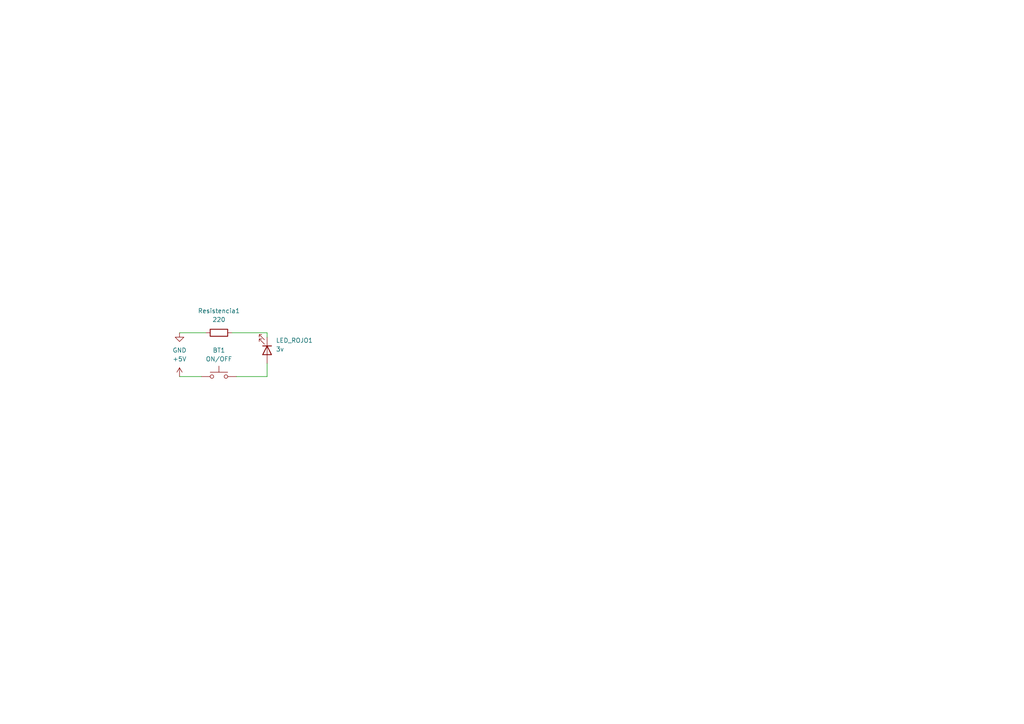
<source format=kicad_sch>
(kicad_sch (version 20211123) (generator eeschema)
  (paper "A4")
  (lib_symbols
    (symbol "Device:LED" (pin_numbers hide) (pin_names (offset 1.016) hide)
      (property "Reference" "D" (at 0 2.54 0))
      (property "Value" "LED" (at 0 -2.54 0))
      (symbol "LED_0_1"
        (polyline (pts (xy -1.27 -1.27) (xy -1.27 1.27)) (stroke (width 0.254)))
        (polyline (pts (xy -1.27 0) (xy 1.27 0)))
        (polyline (pts (xy 1.27 -1.27) (xy 1.27 1.27) (xy -1.27 0) (xy 1.27 -1.27)) (stroke (width 0.254)))
        (polyline (pts (xy -3.048 -0.762) (xy -4.572 -2.286) (xy -3.81 -2.286) (xy -4.572 -2.286) (xy -4.572 -1.524)))
        (polyline (pts (xy -1.778 -0.762) (xy -3.302 -2.286) (xy -2.54 -2.286) (xy -3.302 -2.286) (xy -3.302 -1.524)))
      )
      (symbol "LED_1_1"
        (pin passive line (at -3.81 0 0) (length 2.54) (name "K") (number "1"))
        (pin passive line (at 3.81 0 180) (length 2.54) (name "A") (number "2"))
      )
    )
    (symbol "Device:R" (pin_numbers hide) (pin_names (offset 0))
      (property "Reference" "R" (at 2.032 0 90))
      (property "Value" "R" (at 0 0 90))
      (symbol "R_0_1"
        (rectangle (start -1.016 -2.54) (end 1.016 2.54) (stroke (width 0.254)))
      )
      (symbol "R_1_1"
        (pin passive line (at 0 3.81 270) (length 1.27) (name "~") (number "1"))
        (pin passive line (at 0 -3.81 90) (length 1.27) (name "~") (number "2"))
      )
    )
    (symbol "Switch:SW_Push" (pin_numbers hide) (pin_names (offset 1.016) hide)
      (property "Reference" "SW" (at 1.27 2.54 0))
      (property "Value" "SW_Push" (at 0 -1.524 0))
      (symbol "SW_Push_0_1"
        (circle (center -2.032 0) (radius 0.508))
        (polyline (pts (xy 0 1.27) (xy 0 3.048)))
        (polyline (pts (xy 2.54 1.27) (xy -2.54 1.27)))
        (circle (center 2.032 0) (radius 0.508))
        (pin passive line (at -5.08 0 0) (length 2.54) (name "1") (number "1"))
        (pin passive line (at 5.08 0 180) (length 2.54) (name "2") (number "2"))
      )
    )
    (symbol "power:+5V" (power) (pin_names (offset 0))
      (property "Value" "+5V" (at 0 3.556 0))
      (symbol "+5V_0_1"
        (polyline (pts (xy -0.762 1.27) (xy 0 2.54)))
        (polyline (pts (xy 0 0) (xy 0 2.54)))
        (polyline (pts (xy 0 2.54) (xy 0.762 1.27)))
      )
      (symbol "+5V_1_1"
        (pin power_in line (at 0 0 90) (length 0) hide (name "+5V") (number "1"))
      )
    )
    (symbol "power:GND" (power) (pin_names (offset 0))
      (property "Value" "GND" (at 0 -3.81 0))
      (symbol "GND_0_1"
        (polyline (pts (xy 0 0) (xy 0 -1.27) (xy 1.27 -1.27) (xy 0 -2.54) (xy -1.27 -1.27) (xy 0 -1.27)))
      )
      (symbol "GND_1_1"
        (pin power_in line (at 0 0 270) (length 0) hide (name "GND") (number "1"))
      )
    )
  )
  (wire (pts (xy 52.07 96.52) (xy 59.69 96.52)))
  (wire (pts (xy 68.58 109.22) (xy 77.47 109.22)))
  (wire (pts (xy 77.47 96.52) (xy 77.47 97.79)))
  (wire (pts (xy 77.47 109.22) (xy 77.47 105.41)))
  (wire (pts (xy 67.31 96.52) (xy 77.47 96.52)))
  (wire (pts (xy 52.07 109.22) (xy 58.42 109.22)))
  (symbol (lib_id "Device:R") (at 63.5 96.52 270) (unit 1)
    (property "Reference" "Resistencia1" (at 63.5 90.17 90))
    (property "Value" "220" (at 63.5 92.71 90))
    (property "Footprint" "Resistor_THT:R_Axial_DIN0207_L6.3mm_D2.5mm_P10.16mm_Horizontal" (effects hide))
  )
  (symbol (lib_id "power:GND") (at 52.07 96.52 0) (unit 1)
    (property "Reference" "#PWR0101" (effects hide))
    (property "Value" "GND" (at 52.07 101.6 0))
    (property "Footprint" "Connector_Pin:Pin_D1.0mm_L10.0mm" (effects hide))
  )
  (symbol (lib_id "Device:LED") (at 77.47 101.6 270) (unit 1)
    (property "Reference" "LED_ROJO1" (at 80.01 98.7424 90) (effects (justify left)))
    (property "Value" "3v" (at 80.01 101.2824 90) (effects (justify left)))
    (property "Footprint" "LED_THT:LED_D3.0mm_FlatTop" (effects hide))
  )
  (symbol (lib_id "Switch:SW_Push") (at 63.5 109.22 0) (unit 1)
    (property "Reference" "BT1" (at 63.5 101.6 0))
    (property "Value" "ON/OFF" (at 63.5 104.14 0))
    (property "Footprint" "Button_Switch_THT:SW_PUSH_6mm" (effects hide))
  )
  (symbol (lib_id "power:+5V") (at 52.07 109.22 0) (unit 1)
    (property "Reference" "#PWR0102" (effects hide))
    (property "Value" "+5V" (at 52.07 104.14 0))
    (property "Footprint" "Connector_Pin:Pin_D1.0mm_L10.0mm" (effects hide))
  )
)
</source>
